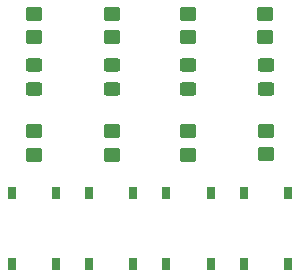
<source format=gbr>
%TF.GenerationSoftware,KiCad,Pcbnew,8.0.3*%
%TF.CreationDate,2024-11-17T10:30:07+00:00*%
%TF.ProjectId,ENS_light_sw_board,454e535f-6c69-4676-9874-5f73775f626f,rev?*%
%TF.SameCoordinates,Original*%
%TF.FileFunction,Paste,Top*%
%TF.FilePolarity,Positive*%
%FSLAX46Y46*%
G04 Gerber Fmt 4.6, Leading zero omitted, Abs format (unit mm)*
G04 Created by KiCad (PCBNEW 8.0.3) date 2024-11-17 10:30:07*
%MOMM*%
%LPD*%
G01*
G04 APERTURE LIST*
G04 Aperture macros list*
%AMRoundRect*
0 Rectangle with rounded corners*
0 $1 Rounding radius*
0 $2 $3 $4 $5 $6 $7 $8 $9 X,Y pos of 4 corners*
0 Add a 4 corners polygon primitive as box body*
4,1,4,$2,$3,$4,$5,$6,$7,$8,$9,$2,$3,0*
0 Add four circle primitives for the rounded corners*
1,1,$1+$1,$2,$3*
1,1,$1+$1,$4,$5*
1,1,$1+$1,$6,$7*
1,1,$1+$1,$8,$9*
0 Add four rect primitives between the rounded corners*
20,1,$1+$1,$2,$3,$4,$5,0*
20,1,$1+$1,$4,$5,$6,$7,0*
20,1,$1+$1,$6,$7,$8,$9,0*
20,1,$1+$1,$8,$9,$2,$3,0*%
G04 Aperture macros list end*
%ADD10R,0.750000X1.000000*%
%ADD11RoundRect,0.250000X-0.450000X0.325000X-0.450000X-0.325000X0.450000X-0.325000X0.450000X0.325000X0*%
%ADD12RoundRect,0.250000X-0.450000X0.350000X-0.450000X-0.350000X0.450000X-0.350000X0.450000X0.350000X0*%
G04 APERTURE END LIST*
D10*
%TO.C,SW3*%
X121841000Y-75867000D03*
X121841000Y-81867000D03*
X118091000Y-75867000D03*
X118091000Y-81867000D03*
%TD*%
%TO.C,SW2*%
X128396000Y-75867000D03*
X128396000Y-81867000D03*
X124646000Y-75867000D03*
X124646000Y-81867000D03*
%TD*%
D11*
%TO.C,D4*%
X113439142Y-65083000D03*
X113439142Y-67133000D03*
%TD*%
D12*
%TO.C,R5*%
X133022858Y-60706000D03*
X133022858Y-62706000D03*
%TD*%
D11*
%TO.C,D3*%
X120043142Y-65067000D03*
X120043142Y-67117000D03*
%TD*%
%TO.C,D1*%
X133051000Y-65067000D03*
X133051000Y-67117000D03*
%TD*%
D12*
%TO.C,R7*%
X120015000Y-60706000D03*
X120015000Y-62706000D03*
%TD*%
D11*
%TO.C,D2*%
X126463000Y-65067000D03*
X126463000Y-67117000D03*
%TD*%
D12*
%TO.C,R2*%
X126492000Y-70644000D03*
X126492000Y-72644000D03*
%TD*%
%TO.C,R8*%
X113411000Y-60722000D03*
X113411000Y-62722000D03*
%TD*%
%TO.C,R6*%
X126434858Y-60706000D03*
X126434858Y-62706000D03*
%TD*%
D10*
%TO.C,SW4*%
X115286000Y-75867000D03*
X115286000Y-81867000D03*
X111536000Y-75867000D03*
X111536000Y-81867000D03*
%TD*%
%TO.C,SW1*%
X134951000Y-75867000D03*
X134951000Y-81867000D03*
X131201000Y-75867000D03*
X131201000Y-81867000D03*
%TD*%
D12*
%TO.C,R4*%
X113411000Y-70644000D03*
X113411000Y-72644000D03*
%TD*%
%TO.C,R3*%
X120015000Y-70644000D03*
X120015000Y-72644000D03*
%TD*%
%TO.C,R1*%
X133096000Y-70612000D03*
X133096000Y-72612000D03*
%TD*%
M02*

</source>
